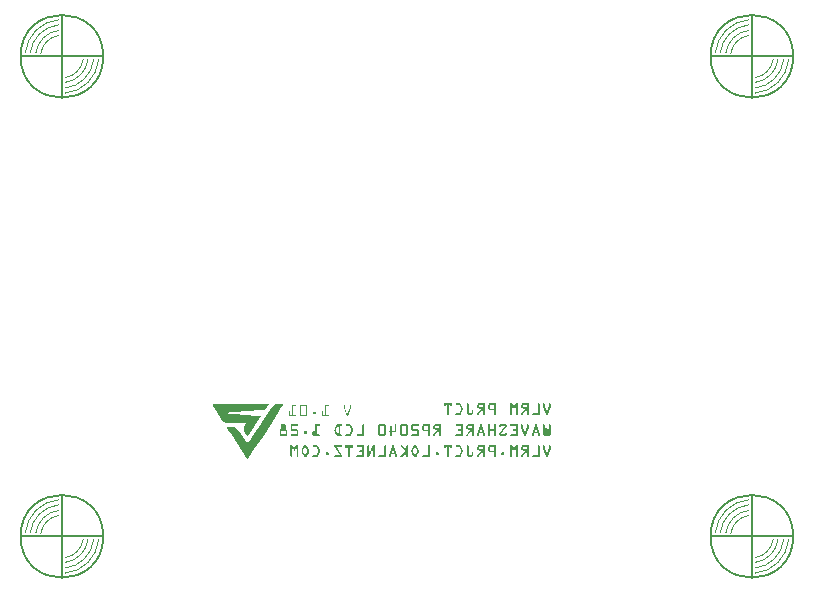
<source format=gbo>
G04 Layer: BottomSilkscreenLayer*
G04 EasyEDA v6.5.44, 2024-09-01 09:52:19*
G04 b4576de5f8ba4d03ab64208176f03f1d,a54f91b67bf74260adec70c9c35cfc8e,10*
G04 Gerber Generator version 0.2*
G04 Scale: 100 percent, Rotated: No, Reflected: No *
G04 Dimensions in millimeters *
G04 leading zeros omitted , absolute positions ,4 integer and 5 decimal *
%FSLAX45Y45*%
%MOMM*%

%ADD10C,0.2000*%
%ADD11C,0.1000*%

%LPD*%
G36*
X-1112012Y-908964D02*
G01*
X-1135380Y-931570D01*
X-1138986Y-935685D01*
X-1148892Y-948385D01*
X-1161897Y-966266D01*
X-1177340Y-988415D01*
X-1194612Y-1013917D01*
X-1213104Y-1041857D01*
X-1255877Y-1108506D01*
X-1291031Y-1162761D01*
X-1318564Y-1204163D01*
X-1328064Y-1217828D01*
X-1333804Y-1225600D01*
X-1349654Y-1244803D01*
X-1385062Y-1191107D01*
X-1403756Y-1164082D01*
X-1421384Y-1140053D01*
X-1428546Y-1130909D01*
X-1451356Y-1104036D01*
X-1496060Y-1104138D01*
X-1509369Y-1104747D01*
X-1514906Y-1105255D01*
X-1522882Y-1106627D01*
X-1525066Y-1107389D01*
X-1525828Y-1108252D01*
X-1522679Y-1114145D01*
X-1513789Y-1128623D01*
X-1482191Y-1178001D01*
X-1437944Y-1245717D01*
X-1350010Y-1378966D01*
X-1332992Y-1356715D01*
X-1316888Y-1333144D01*
X-1291285Y-1294688D01*
X-1221943Y-1188974D01*
X-1145286Y-1070864D01*
X-1081582Y-971600D01*
X-1054506Y-928319D01*
X-1050798Y-921715D01*
X-1045362Y-908964D01*
G37*
G36*
X-1645361Y-908964D02*
G01*
X-1645361Y-916432D01*
X-1645005Y-918210D01*
X-1644091Y-920851D01*
X-1640484Y-928319D01*
X-1634896Y-938377D01*
X-1627682Y-950417D01*
X-1619199Y-964031D01*
X-1599844Y-993597D01*
X-1579626Y-1022858D01*
X-1570126Y-1036066D01*
X-1561439Y-1047648D01*
X-1553972Y-1057046D01*
X-1548028Y-1063701D01*
X-1545793Y-1065885D01*
X-1544066Y-1067155D01*
X-1531264Y-1074470D01*
X-1362049Y-1074775D01*
X-1373327Y-1093622D01*
X-1376883Y-1100023D01*
X-1379677Y-1105966D01*
X-1381760Y-1111605D01*
X-1383030Y-1116990D01*
X-1383538Y-1122222D01*
X-1383233Y-1127353D01*
X-1382166Y-1132535D01*
X-1380236Y-1137767D01*
X-1377492Y-1143203D01*
X-1373936Y-1148892D01*
X-1369517Y-1154887D01*
X-1364234Y-1161338D01*
X-1344371Y-1184452D01*
X-1233525Y-1011377D01*
X-1399336Y-1001521D01*
X-1433677Y-999185D01*
X-1463649Y-996848D01*
X-1487881Y-994714D01*
X-1504899Y-992835D01*
X-1513433Y-991362D01*
X-1514043Y-991057D01*
X-1515821Y-989025D01*
X-1516278Y-988060D01*
X-1516329Y-987145D01*
X-1516024Y-986282D01*
X-1515313Y-985469D01*
X-1512671Y-983945D01*
X-1508150Y-982522D01*
X-1501648Y-981202D01*
X-1492961Y-979932D01*
X-1468272Y-977595D01*
X-1432661Y-975258D01*
X-1384808Y-972819D01*
X-1202690Y-964742D01*
X-1166012Y-908964D01*
G37*
G36*
X1159916Y-1259535D02*
G01*
X1157122Y-1260094D01*
X1155141Y-1261668D01*
X1153972Y-1264259D01*
X1153566Y-1267917D01*
X1153617Y-1287322D01*
X1154125Y-1290523D01*
X1179220Y-1355293D01*
X1180134Y-1357172D01*
X1181455Y-1358544D01*
X1183081Y-1359357D01*
X1185062Y-1359611D01*
X1187196Y-1359357D01*
X1188923Y-1358544D01*
X1190345Y-1357172D01*
X1191412Y-1355293D01*
X1216660Y-1289812D01*
X1217015Y-1287272D01*
X1217066Y-1268171D01*
X1216660Y-1264412D01*
X1215491Y-1261719D01*
X1213510Y-1260094D01*
X1210716Y-1259535D01*
X1207922Y-1260094D01*
X1205941Y-1261719D01*
X1204772Y-1264412D01*
X1204366Y-1268171D01*
X1204366Y-1286459D01*
X1185316Y-1335735D01*
X1166266Y-1286459D01*
X1166266Y-1267917D01*
X1165860Y-1264259D01*
X1164691Y-1261668D01*
X1162710Y-1260094D01*
G37*
G36*
X986180Y-1259535D02*
G01*
X982370Y-1259890D01*
X978865Y-1261008D01*
X975664Y-1262837D01*
X972718Y-1265377D01*
X970381Y-1268476D01*
X968705Y-1271879D01*
X967740Y-1275588D01*
X967384Y-1279601D01*
X967384Y-1285443D01*
X980084Y-1285443D01*
X980084Y-1280363D01*
X980592Y-1276807D01*
X982065Y-1274267D01*
X984503Y-1272743D01*
X987958Y-1272235D01*
X1018184Y-1272235D01*
X1018184Y-1292555D01*
X987958Y-1292555D01*
X984503Y-1292148D01*
X982065Y-1290777D01*
X980592Y-1288592D01*
X980084Y-1285443D01*
X967384Y-1285443D01*
X967740Y-1289659D01*
X968806Y-1293469D01*
X970534Y-1296771D01*
X972972Y-1299667D01*
X975969Y-1302105D01*
X979373Y-1303883D01*
X983234Y-1304899D01*
X987450Y-1305255D01*
X999642Y-1305255D01*
X968654Y-1349756D01*
X967536Y-1352448D01*
X967384Y-1353515D01*
X967486Y-1354632D01*
X968502Y-1356817D01*
X970330Y-1358646D01*
X971397Y-1359204D01*
X973734Y-1359611D01*
X975461Y-1359357D01*
X977188Y-1358544D01*
X978763Y-1357172D01*
X980338Y-1355293D01*
X1015136Y-1305255D01*
X1018184Y-1305255D01*
X1018184Y-1350975D01*
X1018590Y-1354785D01*
X1019759Y-1357477D01*
X1021740Y-1359103D01*
X1024534Y-1359611D01*
X1027328Y-1359204D01*
X1029309Y-1357833D01*
X1030478Y-1355648D01*
X1030884Y-1352499D01*
X1030884Y-1259535D01*
G37*
G36*
X874420Y-1259535D02*
G01*
X874420Y-1350975D01*
X874826Y-1354785D01*
X876046Y-1357477D01*
X878128Y-1359103D01*
X881024Y-1359611D01*
X883818Y-1359103D01*
X885799Y-1357477D01*
X886968Y-1354785D01*
X887374Y-1350975D01*
X887374Y-1277315D01*
X900074Y-1295349D01*
X900480Y-1300429D01*
X901649Y-1303121D01*
X903630Y-1304747D01*
X906424Y-1305255D01*
X909218Y-1304747D01*
X911199Y-1303121D01*
X912368Y-1300429D01*
X912774Y-1295349D01*
X925474Y-1277315D01*
X925474Y-1350975D01*
X925880Y-1354785D01*
X926998Y-1357477D01*
X928928Y-1359103D01*
X931570Y-1359611D01*
X934466Y-1359103D01*
X936548Y-1357477D01*
X937768Y-1354785D01*
X938174Y-1350975D01*
X938174Y-1259535D01*
X921918Y-1259535D01*
X906424Y-1282141D01*
X890676Y-1259535D01*
G37*
G36*
X707796Y-1259535D02*
G01*
X703580Y-1259890D01*
X699820Y-1260957D01*
X696468Y-1262684D01*
X693572Y-1265123D01*
X691235Y-1268171D01*
X689559Y-1271625D01*
X688594Y-1275537D01*
X688238Y-1279855D01*
X688238Y-1300683D01*
X701192Y-1300683D01*
X701192Y-1279855D01*
X701649Y-1276553D01*
X703122Y-1274165D01*
X705459Y-1272743D01*
X708812Y-1272235D01*
X739292Y-1272235D01*
X739292Y-1308811D01*
X708558Y-1308811D01*
X705358Y-1308303D01*
X703021Y-1306779D01*
X701649Y-1304239D01*
X701192Y-1300683D01*
X688238Y-1300683D01*
X688594Y-1305356D01*
X689610Y-1309522D01*
X691388Y-1313129D01*
X693826Y-1316177D01*
X696874Y-1318615D01*
X700481Y-1320393D01*
X704646Y-1321409D01*
X709320Y-1321765D01*
X739292Y-1321765D01*
X739292Y-1350975D01*
X739698Y-1354632D01*
X740867Y-1357274D01*
X742848Y-1358849D01*
X745642Y-1359357D01*
X748182Y-1358950D01*
X749249Y-1358392D01*
X750976Y-1356614D01*
X751890Y-1354226D01*
X751992Y-1259535D01*
G37*
G36*
X614324Y-1259535D02*
G01*
X610412Y-1259890D01*
X606907Y-1261008D01*
X603707Y-1262837D01*
X600862Y-1265377D01*
X598424Y-1268476D01*
X596646Y-1271879D01*
X595630Y-1275588D01*
X595274Y-1279601D01*
X595274Y-1285443D01*
X607974Y-1285443D01*
X607974Y-1280363D01*
X608482Y-1276807D01*
X610006Y-1274267D01*
X612546Y-1272743D01*
X616102Y-1272235D01*
X646074Y-1272235D01*
X646074Y-1292555D01*
X616102Y-1292555D01*
X612546Y-1292148D01*
X610006Y-1290777D01*
X608482Y-1288592D01*
X607974Y-1285443D01*
X595274Y-1285443D01*
X595630Y-1289659D01*
X596646Y-1293469D01*
X598424Y-1296771D01*
X600862Y-1299667D01*
X603961Y-1302105D01*
X607415Y-1303883D01*
X611174Y-1304899D01*
X615340Y-1305255D01*
X627532Y-1305255D01*
X596696Y-1349756D01*
X595884Y-1351178D01*
X595274Y-1353515D01*
X595782Y-1355750D01*
X597306Y-1357833D01*
X599490Y-1359204D01*
X601878Y-1359611D01*
X603504Y-1359357D01*
X605129Y-1358544D01*
X606704Y-1357172D01*
X608228Y-1355293D01*
X643280Y-1305255D01*
X646074Y-1305255D01*
X646074Y-1350975D01*
X646480Y-1354785D01*
X647649Y-1357477D01*
X649630Y-1359103D01*
X652424Y-1359611D01*
X655320Y-1359204D01*
X657352Y-1357833D01*
X658622Y-1355648D01*
X659028Y-1352499D01*
X659028Y-1259535D01*
G37*
G36*
X417982Y-1259535D02*
G01*
X414324Y-1259941D01*
X411683Y-1261160D01*
X410108Y-1263142D01*
X409600Y-1265885D01*
X410108Y-1268679D01*
X411683Y-1270660D01*
X414324Y-1271828D01*
X417982Y-1272235D01*
X439064Y-1272235D01*
X441198Y-1272489D01*
X443026Y-1273251D01*
X444500Y-1274521D01*
X445668Y-1276299D01*
X458368Y-1301445D01*
X459689Y-1305610D01*
X460044Y-1307693D01*
X460044Y-1311757D01*
X459130Y-1315567D01*
X458368Y-1317447D01*
X445922Y-1342593D01*
X444601Y-1344472D01*
X442925Y-1345844D01*
X440943Y-1346657D01*
X438556Y-1346911D01*
X417982Y-1346911D01*
X414324Y-1347317D01*
X411683Y-1348536D01*
X410108Y-1350518D01*
X409600Y-1353261D01*
X410108Y-1356055D01*
X411683Y-1358036D01*
X414324Y-1359204D01*
X417982Y-1359611D01*
X440334Y-1359611D01*
X445668Y-1358950D01*
X450240Y-1356918D01*
X454050Y-1353464D01*
X457098Y-1348689D01*
X470306Y-1322019D01*
X471525Y-1319174D01*
X472389Y-1316126D01*
X472948Y-1312926D01*
X473100Y-1309573D01*
X472948Y-1306220D01*
X472389Y-1303070D01*
X471525Y-1300022D01*
X470306Y-1297127D01*
X457098Y-1270457D01*
X453999Y-1265682D01*
X450037Y-1262278D01*
X445262Y-1260246D01*
X439572Y-1259535D01*
G37*
G36*
X316382Y-1259535D02*
G01*
X316382Y-1276299D01*
X316788Y-1279296D01*
X317957Y-1281480D01*
X319938Y-1282750D01*
X322732Y-1283157D01*
X325628Y-1282649D01*
X327660Y-1281074D01*
X328930Y-1278432D01*
X329336Y-1274775D01*
X329336Y-1272235D01*
X342036Y-1272235D01*
X342036Y-1352499D01*
X342442Y-1355496D01*
X343611Y-1357680D01*
X345592Y-1358950D01*
X348386Y-1359357D01*
X351180Y-1358849D01*
X353161Y-1357274D01*
X354330Y-1354632D01*
X354736Y-1350975D01*
X354736Y-1272235D01*
X367436Y-1272235D01*
X367436Y-1274775D01*
X367792Y-1278432D01*
X368960Y-1281074D01*
X370840Y-1282649D01*
X373532Y-1283157D01*
X376428Y-1282649D01*
X378460Y-1281074D01*
X379730Y-1278432D01*
X380136Y-1274775D01*
X380136Y-1259535D01*
G37*
G36*
X68986Y-1259535D02*
G01*
X66852Y-1259687D01*
X64719Y-1260195D01*
X62636Y-1260957D01*
X58623Y-1263446D01*
X56896Y-1265021D01*
X55575Y-1266748D01*
X40284Y-1297127D01*
X39065Y-1299921D01*
X38201Y-1302918D01*
X37642Y-1306118D01*
X37490Y-1309573D01*
X50190Y-1309573D01*
X50342Y-1307541D01*
X51612Y-1303223D01*
X66294Y-1273810D01*
X67106Y-1273098D01*
X68072Y-1272641D01*
X69240Y-1272489D01*
X70510Y-1272641D01*
X71577Y-1273098D01*
X72440Y-1273810D01*
X85750Y-1300429D01*
X87680Y-1305255D01*
X88138Y-1307490D01*
X88290Y-1309573D01*
X88138Y-1311605D01*
X87680Y-1313789D01*
X85750Y-1318717D01*
X72491Y-1344980D01*
X71526Y-1345895D01*
X70459Y-1346504D01*
X69240Y-1346657D01*
X68122Y-1346504D01*
X67157Y-1346047D01*
X66243Y-1345234D01*
X65430Y-1344117D01*
X51206Y-1315262D01*
X50292Y-1311554D01*
X50190Y-1309573D01*
X37490Y-1309573D01*
X37693Y-1313129D01*
X38354Y-1316685D01*
X39471Y-1320241D01*
X41046Y-1323797D01*
X54254Y-1350213D01*
X55422Y-1352194D01*
X56794Y-1353972D01*
X60350Y-1357071D01*
X62534Y-1358188D01*
X64719Y-1359001D01*
X66954Y-1359458D01*
X69240Y-1359611D01*
X74015Y-1359001D01*
X78130Y-1357223D01*
X81635Y-1354175D01*
X84480Y-1349959D01*
X97688Y-1323289D01*
X99110Y-1319987D01*
X100177Y-1316583D01*
X100787Y-1313129D01*
X100990Y-1309573D01*
X100838Y-1306220D01*
X100279Y-1303070D01*
X99415Y-1300022D01*
X98196Y-1297127D01*
X84480Y-1269187D01*
X81686Y-1264970D01*
X78181Y-1261973D01*
X73964Y-1260144D01*
G37*
G36*
X-49377Y-1259535D02*
G01*
X-50698Y-1259636D01*
X-52984Y-1260551D01*
X-53949Y-1261313D01*
X-55270Y-1263497D01*
X-55626Y-1264666D01*
X-55727Y-1265885D01*
X-55473Y-1267460D01*
X-54762Y-1269034D01*
X-53593Y-1270609D01*
X-51917Y-1272235D01*
X-8229Y-1309573D01*
X-51917Y-1346911D01*
X-53593Y-1348536D01*
X-54762Y-1350162D01*
X-55473Y-1351737D01*
X-55727Y-1353261D01*
X-55626Y-1354531D01*
X-54711Y-1356817D01*
X-52984Y-1358747D01*
X-50698Y-1359763D01*
X-49377Y-1359865D01*
X-48260Y-1359662D01*
X-46888Y-1359052D01*
X-43535Y-1356563D01*
X-4673Y-1323543D01*
X-4673Y-1350975D01*
X-4318Y-1354785D01*
X-3149Y-1357477D01*
X-1219Y-1359103D01*
X1422Y-1359611D01*
X4318Y-1359103D01*
X6400Y-1357477D01*
X7620Y-1354785D01*
X8026Y-1350975D01*
X8026Y-1268171D01*
X7620Y-1264412D01*
X6400Y-1261719D01*
X4318Y-1260094D01*
X1422Y-1259535D01*
X-1219Y-1260094D01*
X-3149Y-1261719D01*
X-4267Y-1264412D01*
X-4673Y-1268171D01*
X-4673Y-1295603D01*
X-43535Y-1262583D01*
X-46888Y-1260297D01*
X-48260Y-1259738D01*
G37*
G36*
X-328015Y-1259535D02*
G01*
X-330911Y-1260094D01*
X-332994Y-1261719D01*
X-334213Y-1264412D01*
X-334619Y-1268171D01*
X-334619Y-1359611D01*
X-317601Y-1359611D01*
X-283565Y-1282395D01*
X-283565Y-1350975D01*
X-283210Y-1354785D01*
X-282041Y-1357477D01*
X-280111Y-1359103D01*
X-277469Y-1359611D01*
X-274574Y-1359103D01*
X-272542Y-1357477D01*
X-271272Y-1354785D01*
X-270865Y-1350975D01*
X-270865Y-1259535D01*
X-287883Y-1259535D01*
X-321665Y-1337513D01*
X-321665Y-1268171D01*
X-322072Y-1264412D01*
X-323240Y-1261719D01*
X-325221Y-1260094D01*
G37*
G36*
X-418947Y-1259535D02*
G01*
X-422706Y-1259941D01*
X-425399Y-1261160D01*
X-427024Y-1263142D01*
X-427583Y-1265885D01*
X-427024Y-1268679D01*
X-425450Y-1270660D01*
X-422706Y-1271828D01*
X-418947Y-1272235D01*
X-376529Y-1272235D01*
X-376529Y-1303477D01*
X-393801Y-1303477D01*
X-397459Y-1303883D01*
X-400100Y-1305001D01*
X-401675Y-1306931D01*
X-402183Y-1309573D01*
X-401675Y-1312468D01*
X-400100Y-1314551D01*
X-397459Y-1315770D01*
X-393801Y-1316177D01*
X-376529Y-1316177D01*
X-376529Y-1346911D01*
X-418947Y-1346911D01*
X-422706Y-1347317D01*
X-425399Y-1348536D01*
X-427024Y-1350518D01*
X-427583Y-1353261D01*
X-427024Y-1356055D01*
X-425450Y-1358036D01*
X-422706Y-1359204D01*
X-418947Y-1359611D01*
X-363829Y-1359611D01*
X-363829Y-1259535D01*
G37*
G36*
X-520547Y-1259535D02*
G01*
X-520547Y-1276299D01*
X-520141Y-1279296D01*
X-518972Y-1281480D01*
X-516991Y-1282750D01*
X-514197Y-1283157D01*
X-511403Y-1282649D01*
X-509422Y-1281074D01*
X-508254Y-1278432D01*
X-507847Y-1274775D01*
X-507847Y-1272235D01*
X-494893Y-1272235D01*
X-494893Y-1352499D01*
X-494487Y-1355496D01*
X-493369Y-1357680D01*
X-491490Y-1358950D01*
X-488797Y-1359357D01*
X-485901Y-1358849D01*
X-483819Y-1357274D01*
X-482600Y-1354632D01*
X-482193Y-1350975D01*
X-482193Y-1272235D01*
X-469747Y-1272235D01*
X-469747Y-1274775D01*
X-469341Y-1278432D01*
X-468172Y-1281074D01*
X-466191Y-1282649D01*
X-463397Y-1283157D01*
X-460501Y-1282649D01*
X-458419Y-1281074D01*
X-457200Y-1278432D01*
X-456793Y-1274775D01*
X-456793Y-1259535D01*
G37*
G36*
X-613511Y-1259535D02*
G01*
X-613511Y-1267917D01*
X-567283Y-1346911D01*
X-606145Y-1346911D01*
X-609244Y-1347317D01*
X-611479Y-1348536D01*
X-612800Y-1350518D01*
X-613257Y-1353261D01*
X-612749Y-1356055D01*
X-611174Y-1358036D01*
X-608533Y-1359204D01*
X-604875Y-1359611D01*
X-550011Y-1359611D01*
X-550011Y-1351483D01*
X-595985Y-1272235D01*
X-558393Y-1272235D01*
X-554736Y-1271828D01*
X-552094Y-1270660D01*
X-550519Y-1268679D01*
X-550011Y-1265885D01*
X-550519Y-1263142D01*
X-552094Y-1261160D01*
X-554736Y-1259941D01*
X-558393Y-1259535D01*
G37*
G36*
X-791057Y-1259535D02*
G01*
X-794715Y-1259941D01*
X-797356Y-1261160D01*
X-798931Y-1263142D01*
X-799439Y-1265885D01*
X-798931Y-1268679D01*
X-797356Y-1270660D01*
X-794715Y-1271828D01*
X-791057Y-1272235D01*
X-769975Y-1272235D01*
X-767842Y-1272489D01*
X-766064Y-1273251D01*
X-764540Y-1274521D01*
X-763371Y-1276299D01*
X-750671Y-1301445D01*
X-749350Y-1305610D01*
X-748995Y-1307693D01*
X-748995Y-1311757D01*
X-749909Y-1315567D01*
X-750671Y-1317447D01*
X-763117Y-1342593D01*
X-764438Y-1344472D01*
X-766114Y-1345844D01*
X-768096Y-1346657D01*
X-770483Y-1346911D01*
X-791057Y-1346911D01*
X-794715Y-1347317D01*
X-797356Y-1348536D01*
X-798931Y-1350518D01*
X-799439Y-1353261D01*
X-798931Y-1356055D01*
X-797356Y-1358036D01*
X-794715Y-1359204D01*
X-791057Y-1359611D01*
X-768705Y-1359611D01*
X-763371Y-1358950D01*
X-758799Y-1356918D01*
X-754989Y-1353464D01*
X-751941Y-1348689D01*
X-738733Y-1322019D01*
X-737514Y-1319174D01*
X-736650Y-1316126D01*
X-736092Y-1312926D01*
X-735939Y-1309573D01*
X-736092Y-1306220D01*
X-736650Y-1303070D01*
X-737514Y-1300022D01*
X-738733Y-1297127D01*
X-751941Y-1270457D01*
X-755040Y-1265682D01*
X-759002Y-1262278D01*
X-763778Y-1260246D01*
X-769467Y-1259535D01*
G37*
G36*
X-860907Y-1259535D02*
G01*
X-863041Y-1259687D01*
X-865225Y-1260195D01*
X-867359Y-1260957D01*
X-869543Y-1262075D01*
X-871474Y-1263446D01*
X-874521Y-1266748D01*
X-875639Y-1268679D01*
X-889863Y-1297127D01*
X-890981Y-1299921D01*
X-891743Y-1302918D01*
X-892251Y-1306118D01*
X-892403Y-1309573D01*
X-879703Y-1309573D01*
X-879144Y-1305407D01*
X-877417Y-1300937D01*
X-863600Y-1273810D01*
X-862837Y-1273098D01*
X-861821Y-1272641D01*
X-860653Y-1272489D01*
X-859485Y-1272641D01*
X-858418Y-1273098D01*
X-857554Y-1273810D01*
X-856843Y-1274775D01*
X-843026Y-1302918D01*
X-841756Y-1307490D01*
X-841603Y-1309573D01*
X-841756Y-1311605D01*
X-843026Y-1316177D01*
X-856589Y-1343609D01*
X-857453Y-1344980D01*
X-858418Y-1345895D01*
X-859586Y-1346504D01*
X-860907Y-1346657D01*
X-861974Y-1346504D01*
X-862939Y-1346047D01*
X-863752Y-1345234D01*
X-878179Y-1316939D01*
X-879348Y-1313484D01*
X-879703Y-1309573D01*
X-892403Y-1309573D01*
X-892200Y-1313129D01*
X-891540Y-1316685D01*
X-890422Y-1320241D01*
X-888847Y-1323797D01*
X-874572Y-1352194D01*
X-873201Y-1353972D01*
X-871524Y-1355598D01*
X-869543Y-1357071D01*
X-867359Y-1358188D01*
X-865225Y-1359001D01*
X-863041Y-1359458D01*
X-860907Y-1359611D01*
X-856030Y-1359001D01*
X-851865Y-1357223D01*
X-848410Y-1354175D01*
X-845667Y-1349959D01*
X-832205Y-1323289D01*
X-830783Y-1319987D01*
X-829716Y-1316583D01*
X-829106Y-1313129D01*
X-828903Y-1309573D01*
X-829056Y-1306220D01*
X-829614Y-1303070D01*
X-830478Y-1300022D01*
X-831697Y-1297127D01*
X-845667Y-1269187D01*
X-848360Y-1264970D01*
X-851763Y-1261973D01*
X-855929Y-1260144D01*
G37*
G36*
X-985621Y-1259535D02*
G01*
X-985621Y-1350975D01*
X-985215Y-1354785D01*
X-983996Y-1357477D01*
X-981913Y-1359103D01*
X-979017Y-1359611D01*
X-976223Y-1359103D01*
X-974242Y-1357477D01*
X-973074Y-1354785D01*
X-972667Y-1350975D01*
X-972667Y-1277315D01*
X-959967Y-1295349D01*
X-959561Y-1300429D01*
X-958392Y-1303121D01*
X-956411Y-1304747D01*
X-953617Y-1305255D01*
X-950823Y-1304747D01*
X-948842Y-1303121D01*
X-947674Y-1300429D01*
X-947267Y-1295349D01*
X-934567Y-1277315D01*
X-934567Y-1350975D01*
X-934212Y-1354785D01*
X-933043Y-1357477D01*
X-931164Y-1359103D01*
X-928471Y-1359611D01*
X-925576Y-1359103D01*
X-923493Y-1357477D01*
X-922274Y-1354785D01*
X-921867Y-1350975D01*
X-921867Y-1259535D01*
X-938123Y-1259535D01*
X-953617Y-1282141D01*
X-969365Y-1259535D01*
G37*
G36*
X1117752Y-1259789D02*
G01*
X1114856Y-1260348D01*
X1112774Y-1261922D01*
X1111554Y-1264513D01*
X1111148Y-1268171D01*
X1111148Y-1346911D01*
X1069238Y-1346911D01*
X1065479Y-1347317D01*
X1062736Y-1348536D01*
X1061161Y-1350518D01*
X1060602Y-1353261D01*
X1061161Y-1356055D01*
X1062736Y-1358036D01*
X1065479Y-1359204D01*
X1069238Y-1359611D01*
X1123848Y-1359611D01*
X1123848Y-1268171D01*
X1123492Y-1264513D01*
X1122324Y-1261922D01*
X1120394Y-1260348D01*
G37*
G36*
X515518Y-1259789D02*
G01*
X512724Y-1260348D01*
X510743Y-1261922D01*
X509574Y-1264513D01*
X509168Y-1268171D01*
X509168Y-1339291D01*
X509524Y-1343660D01*
X510489Y-1347571D01*
X512165Y-1351026D01*
X514502Y-1354023D01*
X517499Y-1356461D01*
X520903Y-1358239D01*
X524764Y-1359255D01*
X528980Y-1359611D01*
X539648Y-1359611D01*
X543864Y-1359306D01*
X547725Y-1358290D01*
X551129Y-1356614D01*
X554126Y-1354277D01*
X556666Y-1351432D01*
X558495Y-1348282D01*
X559612Y-1344726D01*
X559968Y-1340815D01*
X559968Y-1322781D01*
X559562Y-1319123D01*
X558393Y-1316532D01*
X556412Y-1314958D01*
X553618Y-1314399D01*
X550824Y-1314958D01*
X548843Y-1316532D01*
X547674Y-1319123D01*
X547268Y-1322781D01*
X547268Y-1339037D01*
X546811Y-1342491D01*
X545338Y-1344980D01*
X543001Y-1346454D01*
X539648Y-1346911D01*
X529234Y-1346911D01*
X526034Y-1346454D01*
X523697Y-1345031D01*
X522325Y-1342644D01*
X521868Y-1339291D01*
X521868Y-1268171D01*
X521462Y-1264513D01*
X520293Y-1261922D01*
X518312Y-1260348D01*
G37*
G36*
X187604Y-1259789D02*
G01*
X184810Y-1260348D01*
X182829Y-1261922D01*
X181660Y-1264513D01*
X181254Y-1268171D01*
X181254Y-1346911D01*
X139090Y-1346911D01*
X135432Y-1347317D01*
X132791Y-1348536D01*
X131216Y-1350518D01*
X130708Y-1353261D01*
X131216Y-1356055D01*
X132791Y-1358036D01*
X135432Y-1359204D01*
X139090Y-1359611D01*
X193954Y-1359611D01*
X193954Y-1268171D01*
X193548Y-1264513D01*
X192379Y-1261922D01*
X190398Y-1260348D01*
G37*
G36*
X-116941Y-1259789D02*
G01*
X-119024Y-1260094D01*
X-120751Y-1261008D01*
X-122072Y-1262532D01*
X-123037Y-1264615D01*
X-140667Y-1325321D01*
X-127355Y-1325321D01*
X-116687Y-1288999D01*
X-106273Y-1325321D01*
X-140667Y-1325321D01*
X-148031Y-1350670D01*
X-148386Y-1352702D01*
X-148285Y-1354734D01*
X-147929Y-1355902D01*
X-145491Y-1358747D01*
X-143306Y-1359763D01*
X-142087Y-1359865D01*
X-139954Y-1359458D01*
X-138176Y-1358188D01*
X-136652Y-1356004D01*
X-135483Y-1353007D01*
X-130911Y-1338021D01*
X-102463Y-1338021D01*
X-98145Y-1353007D01*
X-96977Y-1356004D01*
X-95402Y-1358188D01*
X-93522Y-1359458D01*
X-91287Y-1359865D01*
X-90068Y-1359763D01*
X-87884Y-1358747D01*
X-86055Y-1356918D01*
X-85039Y-1354734D01*
X-84988Y-1352702D01*
X-85344Y-1350670D01*
X-110591Y-1264615D01*
X-111556Y-1262532D01*
X-112928Y-1261008D01*
X-114757Y-1260094D01*
G37*
G36*
X-184251Y-1259789D02*
G01*
X-187147Y-1260348D01*
X-189179Y-1261922D01*
X-190449Y-1264513D01*
X-190855Y-1268171D01*
X-190855Y-1346911D01*
X-232765Y-1346911D01*
X-236524Y-1347317D01*
X-239217Y-1348536D01*
X-240842Y-1350518D01*
X-241401Y-1353261D01*
X-240842Y-1356055D01*
X-239217Y-1358036D01*
X-236524Y-1359204D01*
X-232765Y-1359611D01*
X-178155Y-1359611D01*
X-178155Y-1268171D01*
X-178562Y-1264513D01*
X-179679Y-1261922D01*
X-181610Y-1260348D01*
G37*
G36*
X807110Y-1319987D02*
G01*
X804214Y-1320393D01*
X802182Y-1321612D01*
X800912Y-1323594D01*
X800506Y-1326337D01*
X800506Y-1336751D01*
X800912Y-1339748D01*
X802182Y-1341932D01*
X804214Y-1343202D01*
X807110Y-1343609D01*
X819556Y-1343609D01*
X822350Y-1343202D01*
X824331Y-1341983D01*
X825500Y-1339900D01*
X825906Y-1337005D01*
X825804Y-1325016D01*
X824890Y-1322730D01*
X824128Y-1321765D01*
X821893Y-1320444D01*
X820674Y-1320088D01*
G37*
G36*
X249072Y-1319987D02*
G01*
X246176Y-1320393D01*
X244094Y-1321612D01*
X242874Y-1323594D01*
X242468Y-1326337D01*
X242468Y-1336751D01*
X242874Y-1339748D01*
X244094Y-1341932D01*
X246176Y-1343202D01*
X249072Y-1343609D01*
X261518Y-1343609D01*
X264312Y-1343202D01*
X266293Y-1341983D01*
X267462Y-1339900D01*
X267868Y-1337005D01*
X267766Y-1325016D01*
X266852Y-1322730D01*
X266090Y-1321765D01*
X263855Y-1320444D01*
X262636Y-1320088D01*
G37*
G36*
X-680821Y-1319987D02*
G01*
X-683818Y-1320393D01*
X-685952Y-1321612D01*
X-687273Y-1323594D01*
X-687679Y-1326337D01*
X-687679Y-1336751D01*
X-687273Y-1339748D01*
X-685952Y-1341932D01*
X-683818Y-1343202D01*
X-680821Y-1343609D01*
X-668629Y-1343609D01*
X-665734Y-1343202D01*
X-663651Y-1341983D01*
X-662432Y-1339900D01*
X-662025Y-1337005D01*
X-662127Y-1325016D01*
X-663143Y-1322730D01*
X-665022Y-1321003D01*
X-667308Y-1320088D01*
G37*
G36*
X1159764Y-1081786D02*
G01*
X1156970Y-1082344D01*
X1154988Y-1083970D01*
X1153820Y-1086662D01*
X1153414Y-1090422D01*
X1153464Y-1165250D01*
X1153972Y-1166977D01*
X1160780Y-1178560D01*
X1161796Y-1179982D01*
X1163015Y-1181049D01*
X1164437Y-1181658D01*
X1166114Y-1181862D01*
X1179068Y-1181862D01*
X1181354Y-1181506D01*
X1183182Y-1180439D01*
X1184554Y-1178712D01*
X1185418Y-1176274D01*
X1186484Y-1178712D01*
X1187958Y-1180490D01*
X1189786Y-1181506D01*
X1192022Y-1181862D01*
X1204468Y-1181862D01*
X1206144Y-1181658D01*
X1207566Y-1181049D01*
X1208786Y-1179982D01*
X1216406Y-1167638D01*
X1216964Y-1166164D01*
X1217168Y-1164336D01*
X1217168Y-1090422D01*
X1216761Y-1086662D01*
X1215593Y-1083970D01*
X1213612Y-1082344D01*
X1210818Y-1081786D01*
X1208024Y-1082344D01*
X1206042Y-1083970D01*
X1204874Y-1086662D01*
X1204468Y-1090422D01*
X1204468Y-1162812D01*
X1200912Y-1169162D01*
X1195578Y-1169162D01*
X1192022Y-1162812D01*
X1192022Y-1123188D01*
X1191615Y-1119530D01*
X1190345Y-1116888D01*
X1188313Y-1115314D01*
X1185418Y-1114806D01*
X1182624Y-1115314D01*
X1180642Y-1116888D01*
X1179474Y-1119530D01*
X1179068Y-1123188D01*
X1179068Y-1162812D01*
X1175512Y-1169162D01*
X1169924Y-1169162D01*
X1166368Y-1162812D01*
X1166368Y-1090422D01*
X1165961Y-1086662D01*
X1164742Y-1083970D01*
X1162659Y-1082344D01*
G37*
G36*
X1092200Y-1081786D02*
G01*
X1090015Y-1082090D01*
X1088237Y-1083056D01*
X1086967Y-1084630D01*
X1086104Y-1086866D01*
X1068473Y-1147572D01*
X1081532Y-1147572D01*
X1092200Y-1111250D01*
X1102868Y-1147572D01*
X1068473Y-1147572D01*
X1061110Y-1172921D01*
X1060754Y-1174953D01*
X1060805Y-1176985D01*
X1061720Y-1179169D01*
X1062482Y-1180084D01*
X1064615Y-1181404D01*
X1067054Y-1181862D01*
X1069187Y-1181455D01*
X1070965Y-1180236D01*
X1072489Y-1178153D01*
X1073658Y-1175258D01*
X1077976Y-1160272D01*
X1106424Y-1160272D01*
X1110996Y-1175258D01*
X1112062Y-1178153D01*
X1113536Y-1180236D01*
X1115364Y-1181455D01*
X1117600Y-1181862D01*
X1120038Y-1181404D01*
X1122172Y-1180084D01*
X1123492Y-1178102D01*
X1123848Y-1176985D01*
X1123899Y-1174953D01*
X1123543Y-1172921D01*
X1098296Y-1086866D01*
X1097330Y-1084630D01*
X1096010Y-1083056D01*
X1094282Y-1082090D01*
G37*
G36*
X973836Y-1081786D02*
G01*
X971042Y-1082294D01*
X969060Y-1083868D01*
X967892Y-1086510D01*
X967486Y-1090168D01*
X967587Y-1109573D01*
X968197Y-1112774D01*
X993140Y-1177544D01*
X994206Y-1179423D01*
X995578Y-1180795D01*
X997254Y-1181608D01*
X999236Y-1181862D01*
X1001217Y-1181608D01*
X1002944Y-1180795D01*
X1004265Y-1179423D01*
X1005332Y-1177544D01*
X1030173Y-1113586D01*
X1030782Y-1110843D01*
X1030986Y-1107948D01*
X1030986Y-1090422D01*
X1030579Y-1086662D01*
X1029411Y-1083970D01*
X1027430Y-1082344D01*
X1024636Y-1081786D01*
X1021842Y-1082344D01*
X1019860Y-1083970D01*
X1018692Y-1086662D01*
X1018286Y-1090422D01*
X1018286Y-1108710D01*
X999236Y-1157732D01*
X980186Y-1108710D01*
X980186Y-1090168D01*
X979779Y-1086510D01*
X978611Y-1083868D01*
X976630Y-1082294D01*
G37*
G36*
X883158Y-1081786D02*
G01*
X879398Y-1082192D01*
X876655Y-1083360D01*
X875080Y-1085342D01*
X874521Y-1088136D01*
X875080Y-1090930D01*
X876655Y-1092911D01*
X879398Y-1094079D01*
X883158Y-1094486D01*
X925321Y-1094486D01*
X925321Y-1125474D01*
X908303Y-1125474D01*
X904544Y-1125880D01*
X901852Y-1127048D01*
X900226Y-1129030D01*
X899668Y-1131824D01*
X900226Y-1134719D01*
X901852Y-1136802D01*
X904544Y-1138021D01*
X908303Y-1138428D01*
X925321Y-1138428D01*
X925321Y-1169162D01*
X883158Y-1169162D01*
X879398Y-1169517D01*
X876655Y-1170686D01*
X875080Y-1172565D01*
X874521Y-1175258D01*
X875080Y-1178153D01*
X876655Y-1180236D01*
X879398Y-1181455D01*
X883158Y-1181862D01*
X938021Y-1181862D01*
X938021Y-1081786D01*
G37*
G36*
X798830Y-1081786D02*
G01*
X795528Y-1082090D01*
X792429Y-1083056D01*
X789533Y-1084630D01*
X786892Y-1086866D01*
X784555Y-1089406D01*
X782878Y-1092149D01*
X781913Y-1095095D01*
X781558Y-1098296D01*
X781964Y-1101496D01*
X783132Y-1103833D01*
X785114Y-1105204D01*
X787908Y-1105662D01*
X790498Y-1105204D01*
X792480Y-1103833D01*
X793800Y-1101496D01*
X794918Y-1096619D01*
X795782Y-1095451D01*
X797153Y-1094740D01*
X799084Y-1094486D01*
X830681Y-1094587D01*
X831494Y-1094943D01*
X831951Y-1095502D01*
X832053Y-1096772D01*
X831545Y-1097940D01*
X785114Y-1157986D01*
X783539Y-1160272D01*
X782472Y-1162608D01*
X781761Y-1164996D01*
X781558Y-1167384D01*
X781812Y-1170279D01*
X782624Y-1172972D01*
X783996Y-1175359D01*
X785876Y-1177544D01*
X788060Y-1179423D01*
X790498Y-1180795D01*
X793242Y-1181608D01*
X796290Y-1181862D01*
X827786Y-1181862D01*
X831087Y-1181557D01*
X834186Y-1180642D01*
X837082Y-1179169D01*
X839724Y-1177036D01*
X842060Y-1174546D01*
X843737Y-1171803D01*
X844702Y-1168958D01*
X845058Y-1165860D01*
X844651Y-1162659D01*
X843381Y-1160322D01*
X841349Y-1158951D01*
X838453Y-1158494D01*
X836066Y-1158951D01*
X834186Y-1160322D01*
X832866Y-1162659D01*
X831748Y-1167282D01*
X830986Y-1168349D01*
X829716Y-1168958D01*
X828040Y-1169162D01*
X795934Y-1169060D01*
X795172Y-1168755D01*
X794664Y-1168298D01*
X794613Y-1167180D01*
X795223Y-1165910D01*
X841756Y-1105662D01*
X843178Y-1103477D01*
X844245Y-1101140D01*
X844854Y-1098753D01*
X845058Y-1096264D01*
X844803Y-1093216D01*
X843991Y-1090472D01*
X842619Y-1088034D01*
X840740Y-1085850D01*
X838301Y-1084072D01*
X835609Y-1082802D01*
X832612Y-1082040D01*
X829310Y-1081786D01*
G37*
G36*
X694944Y-1081786D02*
G01*
X692150Y-1082344D01*
X690168Y-1083970D01*
X689000Y-1086662D01*
X688594Y-1090422D01*
X688594Y-1173480D01*
X689000Y-1177137D01*
X690168Y-1179779D01*
X692150Y-1181354D01*
X694944Y-1181862D01*
X697738Y-1181354D01*
X699719Y-1179779D01*
X700887Y-1177137D01*
X701294Y-1173480D01*
X701294Y-1138428D01*
X739394Y-1138428D01*
X739394Y-1173226D01*
X739800Y-1176985D01*
X740968Y-1179728D01*
X742950Y-1181303D01*
X745744Y-1181862D01*
X748538Y-1181303D01*
X750519Y-1179728D01*
X751687Y-1176985D01*
X752094Y-1173226D01*
X752094Y-1090422D01*
X751687Y-1086662D01*
X750519Y-1083970D01*
X748538Y-1082344D01*
X745744Y-1081786D01*
X742950Y-1082344D01*
X740968Y-1083970D01*
X739800Y-1086662D01*
X739394Y-1090422D01*
X739394Y-1125474D01*
X701294Y-1125474D01*
X701294Y-1090422D01*
X700887Y-1086662D01*
X699719Y-1083970D01*
X697738Y-1082344D01*
G37*
G36*
X627126Y-1081786D02*
G01*
X625043Y-1082090D01*
X623316Y-1083056D01*
X621995Y-1084630D01*
X621030Y-1086866D01*
X603399Y-1147572D01*
X616712Y-1147572D01*
X627380Y-1111250D01*
X637794Y-1147572D01*
X603399Y-1147572D01*
X596036Y-1172921D01*
X595680Y-1174953D01*
X595731Y-1176985D01*
X596646Y-1179169D01*
X597408Y-1180084D01*
X599541Y-1181404D01*
X601980Y-1181862D01*
X604113Y-1181455D01*
X605891Y-1180236D01*
X607415Y-1178153D01*
X608584Y-1175258D01*
X613156Y-1160272D01*
X641604Y-1160272D01*
X645922Y-1175258D01*
X647090Y-1178153D01*
X648614Y-1180236D01*
X650392Y-1181455D01*
X652526Y-1181862D01*
X653846Y-1181760D01*
X656132Y-1180846D01*
X657860Y-1179169D01*
X658774Y-1176985D01*
X658825Y-1174953D01*
X658469Y-1172921D01*
X633222Y-1086866D01*
X632256Y-1084630D01*
X630936Y-1083056D01*
X629208Y-1082090D01*
G37*
G36*
X521208Y-1081786D02*
G01*
X517398Y-1082141D01*
X513892Y-1083259D01*
X510692Y-1085088D01*
X507746Y-1087628D01*
X505409Y-1090726D01*
X503732Y-1094079D01*
X502767Y-1097838D01*
X502412Y-1101852D01*
X502412Y-1107440D01*
X515112Y-1107440D01*
X515112Y-1102614D01*
X515620Y-1099058D01*
X517093Y-1096518D01*
X519531Y-1094994D01*
X522985Y-1094486D01*
X553212Y-1094486D01*
X553212Y-1114806D01*
X522985Y-1114806D01*
X519531Y-1114348D01*
X517093Y-1112977D01*
X515620Y-1110640D01*
X515112Y-1107440D01*
X502412Y-1107440D01*
X502767Y-1111656D01*
X503834Y-1115517D01*
X505561Y-1118920D01*
X508000Y-1121918D01*
X510997Y-1124356D01*
X514400Y-1126134D01*
X518261Y-1127150D01*
X522478Y-1127506D01*
X534670Y-1127506D01*
X504698Y-1170178D01*
X502970Y-1173327D01*
X502412Y-1175766D01*
X502513Y-1176883D01*
X503428Y-1178915D01*
X505256Y-1180693D01*
X506323Y-1181354D01*
X507542Y-1181760D01*
X508762Y-1181862D01*
X510489Y-1181608D01*
X512165Y-1180795D01*
X513791Y-1179423D01*
X515366Y-1177544D01*
X550164Y-1127506D01*
X553212Y-1127506D01*
X553212Y-1173226D01*
X553618Y-1176985D01*
X554786Y-1179728D01*
X556768Y-1181303D01*
X559562Y-1181862D01*
X562356Y-1181404D01*
X564337Y-1180084D01*
X565505Y-1177848D01*
X565912Y-1174750D01*
X565912Y-1081786D01*
G37*
G36*
X418084Y-1081786D02*
G01*
X414324Y-1082192D01*
X411581Y-1083360D01*
X410006Y-1085342D01*
X409448Y-1088136D01*
X410006Y-1090930D01*
X411581Y-1092911D01*
X414324Y-1094079D01*
X418084Y-1094486D01*
X460248Y-1094486D01*
X460248Y-1125474D01*
X443230Y-1125474D01*
X439470Y-1125880D01*
X436778Y-1127048D01*
X435152Y-1129030D01*
X434593Y-1131824D01*
X435152Y-1134719D01*
X436727Y-1136802D01*
X439470Y-1138021D01*
X443230Y-1138428D01*
X460248Y-1138428D01*
X460248Y-1169162D01*
X418084Y-1169162D01*
X414324Y-1169517D01*
X411581Y-1170686D01*
X410006Y-1172565D01*
X409448Y-1175258D01*
X410006Y-1178153D01*
X411581Y-1180236D01*
X414324Y-1181455D01*
X418084Y-1181862D01*
X473201Y-1181862D01*
X473201Y-1081786D01*
G37*
G36*
X242316Y-1081786D02*
G01*
X238404Y-1082141D01*
X234899Y-1083259D01*
X231698Y-1085088D01*
X228854Y-1087628D01*
X226415Y-1090726D01*
X224688Y-1094079D01*
X223621Y-1097838D01*
X223266Y-1101852D01*
X223266Y-1107440D01*
X236220Y-1107440D01*
X236220Y-1102614D01*
X236728Y-1099058D01*
X238201Y-1096518D01*
X240639Y-1094994D01*
X244094Y-1094486D01*
X274320Y-1094486D01*
X274320Y-1114806D01*
X244094Y-1114806D01*
X240639Y-1114348D01*
X238201Y-1112977D01*
X236728Y-1110640D01*
X236220Y-1107440D01*
X223266Y-1107440D01*
X223621Y-1111656D01*
X224637Y-1115517D01*
X226415Y-1118920D01*
X228854Y-1121918D01*
X231952Y-1124356D01*
X235407Y-1126134D01*
X239166Y-1127150D01*
X243332Y-1127506D01*
X255524Y-1127506D01*
X224688Y-1171854D01*
X223875Y-1173327D01*
X223266Y-1175766D01*
X223774Y-1177899D01*
X225298Y-1179830D01*
X227431Y-1181354D01*
X228650Y-1181760D01*
X229870Y-1181862D01*
X231495Y-1181608D01*
X233121Y-1180795D01*
X234696Y-1179423D01*
X236220Y-1177544D01*
X271272Y-1127506D01*
X274320Y-1127506D01*
X274320Y-1173226D01*
X274726Y-1176985D01*
X275844Y-1179728D01*
X277774Y-1181303D01*
X280416Y-1181862D01*
X283311Y-1181404D01*
X285343Y-1180084D01*
X286613Y-1177848D01*
X287020Y-1174750D01*
X287020Y-1081786D01*
G37*
G36*
X149606Y-1081786D02*
G01*
X145491Y-1082141D01*
X141782Y-1083157D01*
X138531Y-1084935D01*
X135636Y-1087374D01*
X133299Y-1090371D01*
X131622Y-1093876D01*
X130657Y-1097737D01*
X130302Y-1102106D01*
X130302Y-1122934D01*
X143002Y-1122934D01*
X143002Y-1102106D01*
X143510Y-1098753D01*
X144983Y-1096365D01*
X147421Y-1094943D01*
X150876Y-1094486D01*
X181356Y-1094486D01*
X181356Y-1131062D01*
X150368Y-1131062D01*
X147167Y-1130554D01*
X144830Y-1129030D01*
X143459Y-1126490D01*
X143002Y-1122934D01*
X130302Y-1122934D01*
X130657Y-1127607D01*
X131673Y-1131773D01*
X133451Y-1135380D01*
X135890Y-1138428D01*
X138938Y-1140764D01*
X142544Y-1142441D01*
X146710Y-1143406D01*
X151384Y-1143762D01*
X181356Y-1143762D01*
X181356Y-1173226D01*
X181762Y-1176883D01*
X182930Y-1179525D01*
X184912Y-1181100D01*
X187706Y-1181608D01*
X189026Y-1181506D01*
X191312Y-1180592D01*
X192278Y-1179830D01*
X193598Y-1177594D01*
X193954Y-1176375D01*
X194056Y-1081786D01*
G37*
G36*
X50292Y-1081786D02*
G01*
X47701Y-1082040D01*
X45313Y-1082751D01*
X43129Y-1083919D01*
X41148Y-1085596D01*
X39573Y-1087628D01*
X38455Y-1089863D01*
X37795Y-1092301D01*
X37592Y-1094994D01*
X37592Y-1125474D01*
X37795Y-1128115D01*
X38506Y-1130554D01*
X39573Y-1132738D01*
X41148Y-1134618D01*
X43129Y-1136294D01*
X45313Y-1137462D01*
X47701Y-1138174D01*
X50292Y-1138428D01*
X88138Y-1138428D01*
X88138Y-1169162D01*
X45974Y-1169162D01*
X42316Y-1169517D01*
X39674Y-1170686D01*
X38100Y-1172565D01*
X37592Y-1175258D01*
X38100Y-1178153D01*
X39674Y-1180236D01*
X42316Y-1181455D01*
X45974Y-1181862D01*
X101092Y-1181862D01*
X101092Y-1138428D01*
X100888Y-1135735D01*
X100228Y-1133297D01*
X99110Y-1131062D01*
X97536Y-1129030D01*
X95504Y-1127455D01*
X93268Y-1126337D01*
X90830Y-1125677D01*
X88138Y-1125474D01*
X50292Y-1125474D01*
X50292Y-1094486D01*
X92456Y-1094486D01*
X96215Y-1094079D01*
X98907Y-1092911D01*
X100533Y-1090930D01*
X101092Y-1088136D01*
X100533Y-1085342D01*
X98907Y-1083360D01*
X96215Y-1082192D01*
X92456Y-1081786D01*
G37*
G36*
X-42672Y-1081786D02*
G01*
X-45313Y-1082040D01*
X-47752Y-1082751D01*
X-49936Y-1083919D01*
X-51816Y-1085596D01*
X-53492Y-1087628D01*
X-54660Y-1089863D01*
X-55372Y-1092301D01*
X-55578Y-1094486D01*
X-4572Y-1094486D01*
X-4572Y-1169162D01*
X-42672Y-1169162D01*
X-42672Y-1094486D01*
X-55578Y-1094486D01*
X-55626Y-1169924D01*
X-55372Y-1172159D01*
X-54610Y-1174292D01*
X-53340Y-1176375D01*
X-51562Y-1178306D01*
X-49580Y-1179880D01*
X-47447Y-1180998D01*
X-45110Y-1181658D01*
X-42672Y-1181862D01*
X-4318Y-1181862D01*
X-1879Y-1181608D01*
X355Y-1180896D01*
X2438Y-1179728D01*
X4318Y-1178052D01*
X5994Y-1176070D01*
X7162Y-1173937D01*
X7873Y-1171600D01*
X8128Y-1169162D01*
X8128Y-1094486D01*
X7873Y-1091946D01*
X7162Y-1089609D01*
X5994Y-1087475D01*
X4318Y-1085596D01*
X2336Y-1083919D01*
X203Y-1082751D01*
X-2133Y-1082040D01*
X-4572Y-1081786D01*
G37*
G36*
X-97790Y-1081786D02*
G01*
X-100584Y-1082344D01*
X-102565Y-1083970D01*
X-103733Y-1086662D01*
X-104139Y-1090422D01*
X-104139Y-1136396D01*
X-129539Y-1136396D01*
X-129539Y-1101344D01*
X-129946Y-1097686D01*
X-131165Y-1095044D01*
X-133248Y-1093470D01*
X-136144Y-1092962D01*
X-138785Y-1093470D01*
X-140716Y-1095044D01*
X-141884Y-1097686D01*
X-142240Y-1101344D01*
X-142240Y-1136396D01*
X-145135Y-1137056D01*
X-147218Y-1138377D01*
X-148437Y-1140256D01*
X-148844Y-1142746D01*
X-148742Y-1143965D01*
X-147828Y-1146149D01*
X-146151Y-1147927D01*
X-145186Y-1148588D01*
X-143002Y-1149096D01*
X-142240Y-1149096D01*
X-142240Y-1173226D01*
X-141884Y-1176985D01*
X-140716Y-1179728D01*
X-138785Y-1181303D01*
X-136144Y-1181862D01*
X-133248Y-1181303D01*
X-131165Y-1179728D01*
X-129946Y-1176985D01*
X-129539Y-1173226D01*
X-129539Y-1149096D01*
X-91440Y-1149096D01*
X-91440Y-1090422D01*
X-91846Y-1086662D01*
X-93014Y-1083970D01*
X-94996Y-1082344D01*
G37*
G36*
X-228854Y-1081786D02*
G01*
X-231394Y-1082040D01*
X-233730Y-1082751D01*
X-235864Y-1083919D01*
X-237744Y-1085596D01*
X-239420Y-1087628D01*
X-240588Y-1089863D01*
X-241300Y-1092301D01*
X-241506Y-1094486D01*
X-190754Y-1094486D01*
X-190754Y-1169162D01*
X-228854Y-1169162D01*
X-228854Y-1094486D01*
X-241506Y-1094486D01*
X-241554Y-1169924D01*
X-241300Y-1172159D01*
X-240588Y-1174292D01*
X-239420Y-1176375D01*
X-237744Y-1178306D01*
X-235762Y-1179880D01*
X-233629Y-1180998D01*
X-231292Y-1181658D01*
X-228854Y-1181862D01*
X-190246Y-1181862D01*
X-187807Y-1181608D01*
X-185521Y-1180896D01*
X-183489Y-1179728D01*
X-181610Y-1178052D01*
X-179933Y-1176070D01*
X-178765Y-1173937D01*
X-178054Y-1171600D01*
X-177800Y-1169162D01*
X-177800Y-1094486D01*
X-178054Y-1091946D01*
X-178765Y-1089609D01*
X-179933Y-1087475D01*
X-181610Y-1085596D01*
X-183692Y-1083919D01*
X-185928Y-1082751D01*
X-188264Y-1082040D01*
X-190754Y-1081786D01*
G37*
G36*
X-370332Y-1081786D02*
G01*
X-373126Y-1082344D01*
X-375107Y-1083970D01*
X-376275Y-1086662D01*
X-376682Y-1090422D01*
X-376682Y-1169162D01*
X-418846Y-1169162D01*
X-422503Y-1169517D01*
X-425145Y-1170686D01*
X-426720Y-1172565D01*
X-427228Y-1175258D01*
X-426720Y-1178153D01*
X-425145Y-1180236D01*
X-422503Y-1181455D01*
X-418846Y-1181862D01*
X-363982Y-1181862D01*
X-363982Y-1090422D01*
X-364388Y-1086662D01*
X-365556Y-1083970D01*
X-367538Y-1082344D01*
G37*
G36*
X-512064Y-1081786D02*
G01*
X-515721Y-1082192D01*
X-518363Y-1083360D01*
X-519938Y-1085342D01*
X-520446Y-1088136D01*
X-519938Y-1090930D01*
X-518363Y-1092911D01*
X-515721Y-1094079D01*
X-512064Y-1094486D01*
X-490982Y-1094486D01*
X-488848Y-1094740D01*
X-487070Y-1095451D01*
X-485546Y-1096619D01*
X-484378Y-1098296D01*
X-471678Y-1123696D01*
X-470357Y-1127810D01*
X-469900Y-1132078D01*
X-470357Y-1135888D01*
X-471678Y-1139698D01*
X-484124Y-1164590D01*
X-485444Y-1166571D01*
X-487121Y-1168044D01*
X-489102Y-1168857D01*
X-491490Y-1169162D01*
X-512064Y-1169162D01*
X-515721Y-1169517D01*
X-518363Y-1170686D01*
X-519938Y-1172565D01*
X-520446Y-1175258D01*
X-519938Y-1178153D01*
X-518363Y-1180236D01*
X-515721Y-1181455D01*
X-512064Y-1181862D01*
X-489712Y-1181862D01*
X-484378Y-1181201D01*
X-479806Y-1179118D01*
X-475996Y-1175715D01*
X-472948Y-1170940D01*
X-459740Y-1144270D01*
X-458520Y-1141374D01*
X-457657Y-1138377D01*
X-457098Y-1135176D01*
X-456946Y-1131824D01*
X-457098Y-1128471D01*
X-457657Y-1125270D01*
X-458520Y-1122273D01*
X-459740Y-1119378D01*
X-472948Y-1092454D01*
X-476046Y-1087780D01*
X-480009Y-1084478D01*
X-484784Y-1082446D01*
X-490474Y-1081786D01*
G37*
G36*
X-580390Y-1081786D02*
G01*
X-585876Y-1082497D01*
X-590550Y-1084580D01*
X-594512Y-1088085D01*
X-597662Y-1092962D01*
X-611530Y-1121867D01*
X-612597Y-1125118D01*
X-613206Y-1128217D01*
X-613382Y-1131824D01*
X-600710Y-1131824D01*
X-600557Y-1129944D01*
X-599287Y-1125626D01*
X-585978Y-1098550D01*
X-584809Y-1096772D01*
X-583285Y-1095502D01*
X-581507Y-1094740D01*
X-579374Y-1094486D01*
X-575310Y-1094486D01*
X-575310Y-1169162D01*
X-579628Y-1169162D01*
X-581761Y-1168908D01*
X-583539Y-1168146D01*
X-585063Y-1166876D01*
X-586232Y-1165098D01*
X-599592Y-1137310D01*
X-600557Y-1133602D01*
X-600710Y-1131824D01*
X-613382Y-1131824D01*
X-613206Y-1135024D01*
X-612648Y-1138580D01*
X-611682Y-1141882D01*
X-610362Y-1145032D01*
X-597408Y-1171194D01*
X-594258Y-1175867D01*
X-590143Y-1179220D01*
X-585114Y-1181201D01*
X-579120Y-1181862D01*
X-558292Y-1181862D01*
X-554532Y-1181455D01*
X-551789Y-1180236D01*
X-550214Y-1178153D01*
X-549656Y-1175258D01*
X-550214Y-1172565D01*
X-551789Y-1170686D01*
X-554532Y-1169568D01*
X-558292Y-1169162D01*
X-562610Y-1169162D01*
X-562610Y-1094486D01*
X-558292Y-1094486D01*
X-554532Y-1094079D01*
X-551789Y-1092911D01*
X-550214Y-1090930D01*
X-549656Y-1088136D01*
X-550214Y-1085342D01*
X-551789Y-1083360D01*
X-554532Y-1082192D01*
X-558292Y-1081786D01*
G37*
G36*
X-774192Y-1081786D02*
G01*
X-774192Y-1169162D01*
X-786892Y-1169162D01*
X-786892Y-1145032D01*
X-787298Y-1141272D01*
X-788466Y-1138529D01*
X-790448Y-1136954D01*
X-793242Y-1136396D01*
X-796036Y-1136954D01*
X-798017Y-1138529D01*
X-799185Y-1141272D01*
X-799592Y-1145032D01*
X-799592Y-1175004D01*
X-799236Y-1178001D01*
X-798118Y-1180134D01*
X-796290Y-1181455D01*
X-793750Y-1181862D01*
X-744474Y-1181862D01*
X-740816Y-1181455D01*
X-738174Y-1180236D01*
X-736600Y-1178153D01*
X-736092Y-1175258D01*
X-736600Y-1172565D01*
X-738174Y-1170686D01*
X-740816Y-1169568D01*
X-744474Y-1169162D01*
X-761492Y-1169162D01*
X-761492Y-1094486D01*
X-744474Y-1094486D01*
X-740816Y-1094079D01*
X-738174Y-1092911D01*
X-736600Y-1090930D01*
X-736092Y-1088136D01*
X-736600Y-1085342D01*
X-738174Y-1083360D01*
X-740816Y-1082192D01*
X-744474Y-1081786D01*
G37*
G36*
X-972566Y-1081786D02*
G01*
X-975207Y-1082040D01*
X-977646Y-1082751D01*
X-979779Y-1083919D01*
X-981710Y-1085596D01*
X-983386Y-1087628D01*
X-984554Y-1089863D01*
X-985266Y-1092301D01*
X-985519Y-1094994D01*
X-985519Y-1125474D01*
X-985266Y-1128115D01*
X-984554Y-1130554D01*
X-983386Y-1132738D01*
X-981710Y-1134618D01*
X-979830Y-1136294D01*
X-977646Y-1137462D01*
X-975258Y-1138174D01*
X-972566Y-1138428D01*
X-934719Y-1138428D01*
X-934719Y-1169162D01*
X-976884Y-1169162D01*
X-980643Y-1169517D01*
X-983386Y-1170686D01*
X-984961Y-1172565D01*
X-985519Y-1175258D01*
X-984961Y-1178153D01*
X-983386Y-1180236D01*
X-980643Y-1181455D01*
X-976884Y-1181862D01*
X-922019Y-1181862D01*
X-922019Y-1138428D01*
X-922223Y-1135735D01*
X-922934Y-1133297D01*
X-924001Y-1131062D01*
X-925576Y-1129030D01*
X-927506Y-1127455D01*
X-929640Y-1126337D01*
X-932078Y-1125677D01*
X-934719Y-1125474D01*
X-972566Y-1125474D01*
X-972566Y-1094486D01*
X-930402Y-1094486D01*
X-926744Y-1094079D01*
X-924102Y-1092911D01*
X-922528Y-1090930D01*
X-922019Y-1088136D01*
X-922528Y-1085342D01*
X-924102Y-1083360D01*
X-926744Y-1082192D01*
X-930402Y-1081786D01*
G37*
G36*
X-1059180Y-1081786D02*
G01*
X-1061923Y-1082294D01*
X-1064006Y-1083818D01*
X-1065326Y-1085900D01*
X-1065682Y-1087221D01*
X-1065784Y-1094486D01*
X-1040384Y-1094486D01*
X-1040384Y-1125474D01*
X-1053084Y-1125474D01*
X-1053084Y-1094486D01*
X-1065784Y-1094486D01*
X-1065784Y-1125474D01*
X-1071321Y-1126896D01*
X-1075334Y-1129588D01*
X-1077671Y-1133602D01*
X-1078406Y-1138428D01*
X-1027684Y-1138428D01*
X-1027684Y-1169162D01*
X-1065784Y-1169162D01*
X-1065784Y-1138428D01*
X-1078406Y-1138428D01*
X-1078484Y-1169162D01*
X-1078230Y-1171600D01*
X-1077518Y-1173937D01*
X-1076350Y-1176070D01*
X-1074674Y-1178052D01*
X-1072794Y-1179728D01*
X-1070660Y-1180896D01*
X-1068324Y-1181608D01*
X-1065784Y-1181862D01*
X-1027176Y-1181862D01*
X-1024839Y-1181608D01*
X-1022603Y-1180896D01*
X-1020521Y-1179728D01*
X-1018540Y-1178052D01*
X-1016965Y-1176223D01*
X-1015847Y-1174242D01*
X-1015187Y-1172159D01*
X-1014984Y-1169924D01*
X-1014984Y-1138428D01*
X-1015187Y-1135888D01*
X-1015898Y-1133551D01*
X-1016965Y-1131417D01*
X-1018540Y-1129538D01*
X-1020419Y-1127963D01*
X-1022603Y-1126744D01*
X-1024991Y-1125931D01*
X-1027684Y-1125474D01*
X-1027684Y-1088644D01*
X-1028090Y-1085646D01*
X-1029258Y-1083513D01*
X-1031240Y-1082192D01*
X-1034034Y-1081786D01*
G37*
G36*
X-866902Y-1141984D02*
G01*
X-869797Y-1142390D01*
X-871829Y-1143660D01*
X-873099Y-1145692D01*
X-873506Y-1148588D01*
X-873506Y-1159002D01*
X-873099Y-1161999D01*
X-871829Y-1164132D01*
X-869797Y-1165453D01*
X-866902Y-1165860D01*
X-854456Y-1165860D01*
X-851662Y-1165453D01*
X-849680Y-1164234D01*
X-848512Y-1162151D01*
X-848106Y-1159256D01*
X-848207Y-1147267D01*
X-849121Y-1144981D01*
X-849884Y-1144016D01*
X-852119Y-1142492D01*
X-854710Y-1141984D01*
G37*
G36*
X1159916Y-903935D02*
G01*
X1157122Y-904494D01*
X1155141Y-906068D01*
X1153972Y-908659D01*
X1153566Y-912317D01*
X1153617Y-931722D01*
X1154125Y-934923D01*
X1179220Y-999693D01*
X1180134Y-1001572D01*
X1181455Y-1002944D01*
X1183081Y-1003757D01*
X1185062Y-1004011D01*
X1187196Y-1003757D01*
X1188923Y-1002944D01*
X1190345Y-1001572D01*
X1191412Y-999693D01*
X1216660Y-934212D01*
X1217015Y-931671D01*
X1217066Y-912571D01*
X1216660Y-908812D01*
X1215491Y-906119D01*
X1213510Y-904494D01*
X1210716Y-903935D01*
X1207922Y-904494D01*
X1205941Y-906119D01*
X1204772Y-908812D01*
X1204366Y-912571D01*
X1204366Y-930859D01*
X1185316Y-980135D01*
X1166266Y-930859D01*
X1166266Y-912317D01*
X1165860Y-908659D01*
X1164691Y-906068D01*
X1162710Y-904494D01*
G37*
G36*
X986180Y-903935D02*
G01*
X982370Y-904290D01*
X978865Y-905408D01*
X975664Y-907237D01*
X972718Y-909777D01*
X970381Y-912876D01*
X968705Y-916279D01*
X967740Y-919987D01*
X967384Y-924001D01*
X967384Y-929843D01*
X980084Y-929843D01*
X980084Y-924763D01*
X980592Y-921207D01*
X982065Y-918667D01*
X984503Y-917143D01*
X987958Y-916635D01*
X1018184Y-916635D01*
X1018184Y-936955D01*
X987958Y-936955D01*
X984503Y-936548D01*
X982065Y-935177D01*
X980592Y-932992D01*
X980084Y-929843D01*
X967384Y-929843D01*
X967740Y-934059D01*
X968806Y-937869D01*
X970534Y-941171D01*
X972972Y-944067D01*
X975969Y-946505D01*
X979373Y-948283D01*
X983234Y-949299D01*
X987450Y-949655D01*
X999642Y-949655D01*
X968654Y-994156D01*
X967536Y-996848D01*
X967384Y-997915D01*
X967486Y-999032D01*
X968502Y-1001217D01*
X970330Y-1003046D01*
X971397Y-1003604D01*
X973734Y-1004011D01*
X975461Y-1003757D01*
X977188Y-1002944D01*
X978763Y-1001572D01*
X980338Y-999693D01*
X1015136Y-949655D01*
X1018184Y-949655D01*
X1018184Y-995375D01*
X1018590Y-999185D01*
X1019759Y-1001877D01*
X1021740Y-1003503D01*
X1024534Y-1004011D01*
X1027328Y-1003604D01*
X1029309Y-1002233D01*
X1030478Y-1000048D01*
X1030884Y-996899D01*
X1030884Y-903935D01*
G37*
G36*
X874420Y-903935D02*
G01*
X874420Y-995375D01*
X874826Y-999185D01*
X876046Y-1001877D01*
X878128Y-1003503D01*
X881024Y-1004011D01*
X883818Y-1003503D01*
X885799Y-1001877D01*
X886968Y-999185D01*
X887374Y-995375D01*
X887374Y-921715D01*
X900074Y-939749D01*
X900480Y-944829D01*
X901649Y-947521D01*
X903630Y-949147D01*
X906424Y-949655D01*
X909218Y-949147D01*
X911199Y-947521D01*
X912368Y-944829D01*
X912774Y-939749D01*
X925474Y-921715D01*
X925474Y-995375D01*
X925880Y-999185D01*
X926998Y-1001877D01*
X928928Y-1003503D01*
X931570Y-1004011D01*
X934466Y-1003503D01*
X936548Y-1001877D01*
X937768Y-999185D01*
X938174Y-995375D01*
X938174Y-903935D01*
X921918Y-903935D01*
X906424Y-926541D01*
X890676Y-903935D01*
G37*
G36*
X707796Y-903935D02*
G01*
X703580Y-904290D01*
X699820Y-905357D01*
X696468Y-907084D01*
X693572Y-909523D01*
X691235Y-912571D01*
X689559Y-916025D01*
X688594Y-919937D01*
X688238Y-924255D01*
X688238Y-945083D01*
X701192Y-945083D01*
X701192Y-924255D01*
X701649Y-920953D01*
X703122Y-918565D01*
X705459Y-917143D01*
X708812Y-916635D01*
X739292Y-916635D01*
X739292Y-953211D01*
X708558Y-953211D01*
X705358Y-952703D01*
X703021Y-951179D01*
X701649Y-948639D01*
X701192Y-945083D01*
X688238Y-945083D01*
X688594Y-949756D01*
X689610Y-953922D01*
X691388Y-957529D01*
X693826Y-960577D01*
X696874Y-963015D01*
X700481Y-964793D01*
X704646Y-965809D01*
X709320Y-966165D01*
X739292Y-966165D01*
X739292Y-995375D01*
X739698Y-999032D01*
X740867Y-1001674D01*
X742848Y-1003249D01*
X745642Y-1003757D01*
X748182Y-1003350D01*
X749249Y-1002792D01*
X750976Y-1001014D01*
X751890Y-998626D01*
X751992Y-903935D01*
G37*
G36*
X614324Y-903935D02*
G01*
X610412Y-904290D01*
X606907Y-905408D01*
X603707Y-907237D01*
X600862Y-909777D01*
X598424Y-912876D01*
X596646Y-916279D01*
X595630Y-919987D01*
X595274Y-924001D01*
X595274Y-929843D01*
X607974Y-929843D01*
X607974Y-924763D01*
X608482Y-921207D01*
X610006Y-918667D01*
X612546Y-917143D01*
X616102Y-916635D01*
X646074Y-916635D01*
X646074Y-936955D01*
X616102Y-936955D01*
X612546Y-936548D01*
X610006Y-935177D01*
X608482Y-932992D01*
X607974Y-929843D01*
X595274Y-929843D01*
X595630Y-934059D01*
X596646Y-937869D01*
X598424Y-941171D01*
X600862Y-944067D01*
X603961Y-946505D01*
X607415Y-948283D01*
X611174Y-949299D01*
X615340Y-949655D01*
X627532Y-949655D01*
X596696Y-994156D01*
X595884Y-995578D01*
X595274Y-997915D01*
X595782Y-1000150D01*
X597306Y-1002233D01*
X599490Y-1003604D01*
X601878Y-1004011D01*
X603504Y-1003757D01*
X605129Y-1002944D01*
X606704Y-1001572D01*
X608228Y-999693D01*
X643280Y-949655D01*
X646074Y-949655D01*
X646074Y-995375D01*
X646480Y-999185D01*
X647649Y-1001877D01*
X649630Y-1003503D01*
X652424Y-1004011D01*
X655320Y-1003604D01*
X657352Y-1002233D01*
X658622Y-1000048D01*
X659028Y-996899D01*
X659028Y-903935D01*
G37*
G36*
X417982Y-903935D02*
G01*
X414324Y-904341D01*
X411683Y-905560D01*
X410108Y-907542D01*
X409600Y-910285D01*
X410108Y-913079D01*
X411683Y-915060D01*
X414324Y-916228D01*
X417982Y-916635D01*
X439064Y-916635D01*
X441198Y-916889D01*
X443026Y-917651D01*
X444500Y-918921D01*
X445668Y-920699D01*
X458368Y-945845D01*
X459689Y-950010D01*
X460044Y-952093D01*
X460044Y-956157D01*
X459130Y-959967D01*
X458368Y-961847D01*
X445922Y-986993D01*
X444601Y-988872D01*
X442925Y-990244D01*
X440943Y-991057D01*
X438556Y-991311D01*
X417982Y-991311D01*
X414324Y-991717D01*
X411683Y-992936D01*
X410108Y-994918D01*
X409600Y-997661D01*
X410108Y-1000455D01*
X411683Y-1002436D01*
X414324Y-1003604D01*
X417982Y-1004011D01*
X440334Y-1004011D01*
X445668Y-1003350D01*
X450240Y-1001318D01*
X454050Y-997864D01*
X457098Y-993089D01*
X470306Y-966419D01*
X471525Y-963574D01*
X472389Y-960526D01*
X472948Y-957326D01*
X473100Y-953973D01*
X472948Y-950620D01*
X472389Y-947470D01*
X471525Y-944422D01*
X470306Y-941527D01*
X457098Y-914857D01*
X453999Y-910082D01*
X450037Y-906678D01*
X445262Y-904646D01*
X439572Y-903935D01*
G37*
G36*
X316382Y-903935D02*
G01*
X316382Y-920699D01*
X316788Y-923696D01*
X317957Y-925880D01*
X319938Y-927150D01*
X322732Y-927557D01*
X325628Y-927049D01*
X327660Y-925474D01*
X328930Y-922832D01*
X329336Y-919175D01*
X329336Y-916635D01*
X342036Y-916635D01*
X342036Y-996899D01*
X342442Y-999896D01*
X343611Y-1002080D01*
X345592Y-1003350D01*
X348386Y-1003757D01*
X351180Y-1003249D01*
X353161Y-1001674D01*
X354330Y-999032D01*
X354736Y-995375D01*
X354736Y-916635D01*
X367436Y-916635D01*
X367436Y-919175D01*
X367792Y-922832D01*
X368960Y-925474D01*
X370840Y-927049D01*
X373532Y-927557D01*
X376428Y-927049D01*
X378460Y-925474D01*
X379730Y-922832D01*
X380136Y-919175D01*
X380136Y-903935D01*
G37*
G36*
X1117752Y-904189D02*
G01*
X1114856Y-904748D01*
X1112774Y-906322D01*
X1111554Y-908913D01*
X1111148Y-912571D01*
X1111148Y-991311D01*
X1069238Y-991311D01*
X1065479Y-991717D01*
X1062736Y-992936D01*
X1061161Y-994918D01*
X1060602Y-997661D01*
X1061161Y-1000455D01*
X1062736Y-1002436D01*
X1065479Y-1003604D01*
X1069238Y-1004011D01*
X1123848Y-1004011D01*
X1123848Y-912571D01*
X1123492Y-908913D01*
X1122324Y-906322D01*
X1120394Y-904748D01*
G37*
G36*
X515518Y-904189D02*
G01*
X512724Y-904748D01*
X510743Y-906322D01*
X509574Y-908913D01*
X509168Y-912571D01*
X509168Y-983691D01*
X509524Y-988060D01*
X510489Y-991971D01*
X512165Y-995426D01*
X514502Y-998423D01*
X517499Y-1000861D01*
X520903Y-1002639D01*
X524764Y-1003655D01*
X528980Y-1004011D01*
X539648Y-1004011D01*
X543864Y-1003706D01*
X547725Y-1002690D01*
X551129Y-1001014D01*
X554126Y-998677D01*
X556666Y-995832D01*
X558495Y-992682D01*
X559612Y-989126D01*
X559968Y-985215D01*
X559968Y-967181D01*
X559562Y-963523D01*
X558393Y-960932D01*
X556412Y-959358D01*
X553618Y-958799D01*
X550824Y-959358D01*
X548843Y-960932D01*
X547674Y-963523D01*
X547268Y-967181D01*
X547268Y-983437D01*
X546811Y-986891D01*
X545338Y-989380D01*
X543001Y-990853D01*
X539648Y-991311D01*
X529234Y-991311D01*
X526034Y-990853D01*
X523697Y-989431D01*
X522325Y-987044D01*
X521868Y-983691D01*
X521868Y-912571D01*
X521462Y-908913D01*
X520293Y-906322D01*
X518312Y-904748D01*
G37*
G36*
X-529082Y-915924D02*
G01*
X-531876Y-916432D01*
X-533857Y-918006D01*
X-535025Y-920648D01*
X-535432Y-924306D01*
X-535381Y-943711D01*
X-534873Y-946912D01*
X-509778Y-1011682D01*
X-508863Y-1013561D01*
X-507542Y-1014933D01*
X-505917Y-1015746D01*
X-503935Y-1016000D01*
X-501802Y-1015746D01*
X-500075Y-1014933D01*
X-498652Y-1013561D01*
X-497585Y-1011682D01*
X-472693Y-947166D01*
X-472135Y-944981D01*
X-471932Y-942086D01*
X-471932Y-924560D01*
X-472338Y-920800D01*
X-473506Y-918057D01*
X-475488Y-916482D01*
X-478282Y-915924D01*
X-481076Y-916482D01*
X-483057Y-918057D01*
X-484225Y-920800D01*
X-484632Y-924560D01*
X-484632Y-942848D01*
X-503682Y-992124D01*
X-522732Y-942848D01*
X-522732Y-924306D01*
X-523138Y-920648D01*
X-524306Y-918006D01*
X-526288Y-916432D01*
G37*
G36*
X-696214Y-915924D02*
G01*
X-696214Y-1003300D01*
X-708914Y-1003300D01*
X-708914Y-979169D01*
X-709320Y-975512D01*
X-710488Y-972870D01*
X-712470Y-971296D01*
X-715264Y-970787D01*
X-718058Y-971296D01*
X-720039Y-972870D01*
X-721207Y-975512D01*
X-721614Y-979169D01*
X-721614Y-1009142D01*
X-721258Y-1012139D01*
X-720140Y-1014272D01*
X-718312Y-1015593D01*
X-715772Y-1016000D01*
X-666496Y-1016000D01*
X-662838Y-1015593D01*
X-660196Y-1014425D01*
X-658622Y-1012444D01*
X-658114Y-1009650D01*
X-658622Y-1006856D01*
X-660196Y-1004874D01*
X-662838Y-1003706D01*
X-666496Y-1003300D01*
X-683514Y-1003300D01*
X-683514Y-928624D01*
X-666496Y-928624D01*
X-662838Y-928217D01*
X-660196Y-927049D01*
X-658622Y-925068D01*
X-658114Y-922274D01*
X-658622Y-919480D01*
X-660196Y-917498D01*
X-662838Y-916330D01*
X-666496Y-915924D01*
G37*
G36*
X-894842Y-915924D02*
G01*
X-897382Y-916178D01*
X-899718Y-916889D01*
X-901852Y-918057D01*
X-903732Y-919734D01*
X-905408Y-921766D01*
X-906576Y-924052D01*
X-907287Y-926592D01*
X-907472Y-928624D01*
X-856742Y-928624D01*
X-856742Y-1003300D01*
X-894842Y-1003300D01*
X-894842Y-928624D01*
X-907472Y-928624D01*
X-907542Y-1004062D01*
X-907287Y-1006398D01*
X-906576Y-1008583D01*
X-905408Y-1010564D01*
X-903732Y-1012444D01*
X-901750Y-1014018D01*
X-899617Y-1015136D01*
X-897280Y-1015796D01*
X-894842Y-1016000D01*
X-856234Y-1016000D01*
X-853795Y-1015746D01*
X-851509Y-1015034D01*
X-849477Y-1013866D01*
X-847598Y-1012190D01*
X-845921Y-1010208D01*
X-844753Y-1008075D01*
X-844042Y-1005738D01*
X-843787Y-1003300D01*
X-843787Y-928624D01*
X-844042Y-926185D01*
X-844803Y-923848D01*
X-846074Y-921715D01*
X-847852Y-919734D01*
X-849833Y-918057D01*
X-851966Y-916889D01*
X-854303Y-916178D01*
X-856742Y-915924D01*
G37*
G36*
X-975106Y-915924D02*
G01*
X-975106Y-1003300D01*
X-987806Y-1003300D01*
X-987806Y-979169D01*
X-988212Y-975512D01*
X-989431Y-972870D01*
X-991514Y-971296D01*
X-994410Y-970787D01*
X-997203Y-971296D01*
X-999185Y-972870D01*
X-1000353Y-975512D01*
X-1000760Y-979169D01*
X-1000760Y-1009142D01*
X-1000353Y-1012139D01*
X-999236Y-1014272D01*
X-997305Y-1015593D01*
X-994664Y-1016000D01*
X-945642Y-1016000D01*
X-941882Y-1015593D01*
X-939139Y-1014425D01*
X-937564Y-1012444D01*
X-937006Y-1009650D01*
X-937564Y-1006856D01*
X-939139Y-1004874D01*
X-941882Y-1003706D01*
X-945642Y-1003300D01*
X-962406Y-1003300D01*
X-962406Y-928624D01*
X-945642Y-928624D01*
X-941882Y-928217D01*
X-939139Y-927049D01*
X-937564Y-925068D01*
X-937006Y-922274D01*
X-937564Y-919480D01*
X-939139Y-917498D01*
X-941882Y-916330D01*
X-945642Y-915924D01*
G37*
G36*
X-788924Y-976121D02*
G01*
X-791819Y-976528D01*
X-793851Y-977747D01*
X-795121Y-979830D01*
X-795528Y-982726D01*
X-795528Y-993140D01*
X-795121Y-996137D01*
X-793851Y-998270D01*
X-791819Y-999591D01*
X-788924Y-999998D01*
X-776478Y-999998D01*
X-773684Y-999591D01*
X-771702Y-998372D01*
X-770534Y-996289D01*
X-770128Y-993394D01*
X-770229Y-981405D01*
X-771144Y-979119D01*
X-772972Y-977239D01*
X-775360Y-976223D01*
G37*
D10*
X2920994Y2382004D02*
G01*
X2920994Y1682003D01*
X2571000Y2032007D02*
G01*
X3270999Y2032007D01*
X2920994Y-1681987D02*
G01*
X2920994Y-2381989D01*
X2571000Y-2031984D02*
G01*
X3270999Y-2031984D01*
X-2920994Y2382004D02*
G01*
X-2920994Y1682003D01*
X-3270986Y2032007D02*
G01*
X-2570990Y2032007D01*
X-2920994Y-1681987D02*
G01*
X-2920994Y-2381989D01*
X-3270986Y-2031984D02*
G01*
X-2570990Y-2031984D01*
D11*
G75*
G01*
X2651999Y2058406D02*
G02*
X2891996Y2298403I268189J-28192D01*
G75*
G01*
X2700000Y2058406D02*
G02*
X2893400Y2251807I220470J-27069D01*
G75*
G01*
X2741595Y2055208D02*
G02*
X2895663Y2209269I179260J-25201D01*
G75*
G01*
X3232247Y2004779D02*
G02*
X2948221Y1720753I-311252J27226D01*
G75*
G01*
X3189178Y2003821D02*
G02*
X2949191Y1763817I-268190J28183D01*
G75*
G01*
X3141462Y2004779D02*
G02*
X2948061Y1811378I-220470J27069D01*
G75*
G01*
X3100255Y2005386D02*
G02*
X2946189Y1851317I-179259J25190D01*
G75*
G01*
X2610394Y2058406D02*
G02*
X2894419Y2342426I311249J-27229D01*
G75*
G01*
X2651999Y-2005587D02*
G02*
X2891996Y-1765590I268189J-28192D01*
G75*
G01*
X2700000Y-2005587D02*
G02*
X2893400Y-1812191I220469J-27074D01*
G75*
G01*
X2741595Y-2008789D02*
G02*
X2895663Y-1854723I179261J-25196D01*
G75*
G01*
X3232247Y-2059219D02*
G02*
X2948221Y-2343244I-311252J27227D01*
G75*
G01*
X3189178Y-2060171D02*
G02*
X2949191Y-2300176I-268190J28183D01*
G75*
G01*
X3141462Y-2059219D02*
G02*
X2948061Y-2252614I-220469J27075D01*
G75*
G01*
X3100255Y-2058607D02*
G02*
X2946189Y-2212675I-179259J25191D01*
G75*
G01*
X2610394Y-2005587D02*
G02*
X2894419Y-1721566I311249J-27229D01*
G75*
G01*
X-3189983Y2058406D02*
G02*
X-2949986Y2298403I268189J-28192D01*
G75*
G01*
X-3141983Y2058406D02*
G02*
X-2948587Y2251807I220471J-27069D01*
G75*
G01*
X-3100387Y2055208D02*
G02*
X-2946326Y2209269I179260J-25200D01*
G75*
G01*
X-2609736Y2004779D02*
G02*
X-2893761Y1720753I-311251J27226D01*
G75*
G01*
X-2652804Y2003821D02*
G02*
X-2892796Y1763817I-268190J28184D01*
G75*
G01*
X-2700520Y2004779D02*
G02*
X-2893921Y1811378I-220470J27069D01*
G75*
G01*
X-2741727Y2005386D02*
G02*
X-2895801Y1851317I-179259J25191D01*
G75*
G01*
X-3231591Y2058406D02*
G02*
X-2947571Y2342426I311249J-27229D01*
G75*
G01*
X-3189983Y-2005587D02*
G02*
X-2949986Y-1765590I268189J-28192D01*
G75*
G01*
X-3141983Y-2005587D02*
G02*
X-2948587Y-1812191I220470J-27073D01*
G75*
G01*
X-3100387Y-2008789D02*
G02*
X-2946326Y-1854723I179261J-25195D01*
G75*
G01*
X-2609736Y-2059219D02*
G02*
X-2893761Y-2343244I-311251J27227D01*
G75*
G01*
X-2652804Y-2060171D02*
G02*
X-2892796Y-2300176I-268190J28184D01*
G75*
G01*
X-2700520Y-2059219D02*
G02*
X-2893921Y-2252614I-220470J27075D01*
G75*
G01*
X-2741727Y-2058607D02*
G02*
X-2895801Y-2212675I-179259J25192D01*
G75*
G01*
X-3231591Y-2005587D02*
G02*
X-2947571Y-1721566I311249J-27228D01*
D10*
G75*
G01
X3271012Y2032000D02*
G03X3271012Y2032000I-350012J0D01*
G75*
G01
X3271012Y-2032000D02*
G03X3271012Y-2032000I-350012J0D01*
G75*
G01
X-2570886Y2032000D02*
G03X-2570886Y2032000I-350012J0D01*
G75*
G01
X-2570886Y-2032000D02*
G03X-2570886Y-2032000I-350012J0D01*
M02*

</source>
